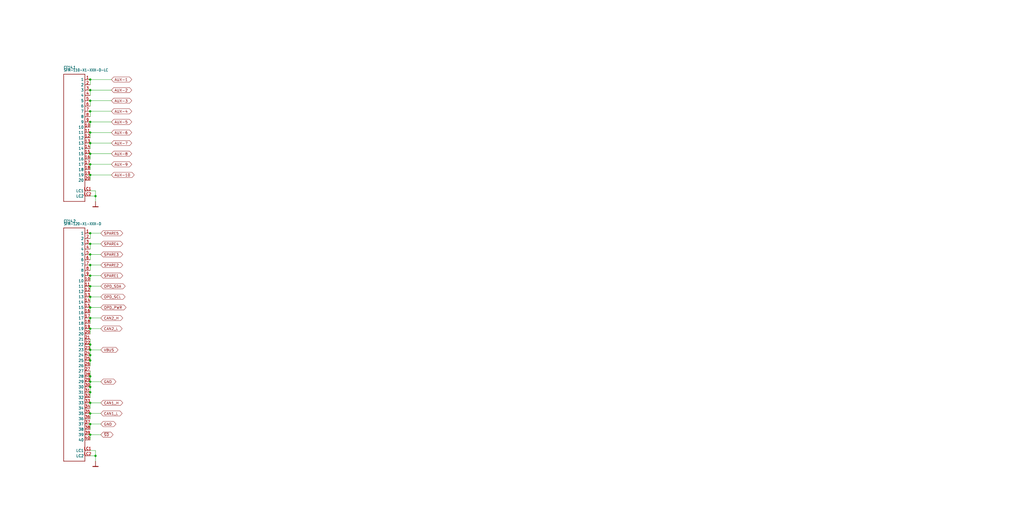
<source format=kicad_sch>
(kicad_sch (version 20211123) (generator eeschema)
  (paper "User" 490.22 254.406)
  (lib_symbols
    (symbol "oresat-backplane-2u-hasp-eagle-import:GND" (power)
      (symbol "GND_1_0"
        (polyline (pts (xy -1.27 -2.54) (xy 1.27 -2.54)) (stroke (width 0.4064)))
        (pin power_in line (at 0 0 270) (length 2.54) (name "GND") (number "1"))
      )
    )
    (symbol "oresat-backplane-2u-hasp-eagle-import:SFM-110-X1-XXX-D-LC"
      (property "Reference" "CF" (at -2.54 33.02 0))
      (property "Value" "SFM-110-X1-XXX-D-LC" (at -2.54 31.75 0))
      (symbol "SFM-110-X1-XXX-D-LC_1_0"
        (polyline (pts (xy -2.54 -30.48) (xy -2.54 30.48)) (stroke (width 0.254)))
        (polyline (pts (xy -2.54 30.48) (xy 7.62 30.48)) (stroke (width 0.254)))
        (polyline (pts (xy 7.62 -30.48) (xy -2.54 -30.48)) (stroke (width 0.254)))
        (polyline (pts (xy 7.62 30.48) (xy 7.62 -30.48)) (stroke (width 0.254)))
        (pin passive line (at 10.16 27.94 180) (length 2.54) (name "1") (number "1"))
        (pin passive line (at 10.16 5.08 180) (length 2.54) (name "10") (number "10"))
        (pin passive line (at 10.16 2.54 180) (length 2.54) (name "11") (number "11"))
        (pin passive line (at 10.16 0 180) (length 2.54) (name "12") (number "12"))
        (pin passive line (at 10.16 -2.54 180) (length 2.54) (name "13") (number "13"))
        (pin passive line (at 10.16 -5.08 180) (length 2.54) (name "14") (number "14"))
        (pin passive line (at 10.16 -7.62 180) (length 2.54) (name "15") (number "15"))
        (pin passive line (at 10.16 -10.16 180) (length 2.54) (name "16") (number "16"))
        (pin passive line (at 10.16 -12.7 180) (length 2.54) (name "17") (number "17"))
        (pin passive line (at 10.16 -15.24 180) (length 2.54) (name "18") (number "18"))
        (pin passive line (at 10.16 -17.78 180) (length 2.54) (name "19") (number "19"))
        (pin passive line (at 10.16 25.4 180) (length 2.54) (name "2") (number "2"))
        (pin passive line (at 10.16 -20.32 180) (length 2.54) (name "20") (number "20"))
        (pin passive line (at 10.16 22.86 180) (length 2.54) (name "3") (number "3"))
        (pin passive line (at 10.16 20.32 180) (length 2.54) (name "4") (number "4"))
        (pin passive line (at 10.16 17.78 180) (length 2.54) (name "5") (number "5"))
        (pin passive line (at 10.16 15.24 180) (length 2.54) (name "6") (number "6"))
        (pin passive line (at 10.16 12.7 180) (length 2.54) (name "7") (number "7"))
        (pin passive line (at 10.16 10.16 180) (length 2.54) (name "8") (number "8"))
        (pin passive line (at 10.16 7.62 180) (length 2.54) (name "9") (number "9"))
        (pin passive line (at 10.16 -25.4 180) (length 2.54) (name "LC1") (number "LC1"))
        (pin passive line (at 10.16 -27.94 180) (length 2.54) (name "LC2") (number "LC2"))
      )
    )
    (symbol "oresat-backplane-2u-hasp-eagle-import:SFM-120-X1-XXX-D"
      (property "Reference" "J" (at -2.54 50.8 0))
      (property "Value" "SFM-120-X1-XXX-D" (at -2.54 49.53 0))
      (symbol "SFM-120-X1-XXX-D_1_0"
        (polyline (pts (xy -2.54 -63.5) (xy -2.54 48.26)) (stroke (width 0.254)))
        (polyline (pts (xy -2.54 48.26) (xy 7.62 48.26)) (stroke (width 0.254)))
        (polyline (pts (xy 7.62 -63.5) (xy -2.54 -63.5)) (stroke (width 0.254)))
        (polyline (pts (xy 7.62 48.26) (xy 7.62 -63.5)) (stroke (width 0.254)))
        (pin passive line (at 10.16 45.72 180) (length 2.54) (name "1") (number "1"))
        (pin passive line (at 10.16 22.86 180) (length 2.54) (name "10") (number "10"))
        (pin passive line (at 10.16 20.32 180) (length 2.54) (name "11") (number "11"))
        (pin passive line (at 10.16 17.78 180) (length 2.54) (name "12") (number "12"))
        (pin passive line (at 10.16 15.24 180) (length 2.54) (name "13") (number "13"))
        (pin passive line (at 10.16 12.7 180) (length 2.54) (name "14") (number "14"))
        (pin passive line (at 10.16 10.16 180) (length 2.54) (name "15") (number "15"))
        (pin passive line (at 10.16 7.62 180) (length 2.54) (name "16") (number "16"))
        (pin passive line (at 10.16 5.08 180) (length 2.54) (name "17") (number "17"))
        (pin passive line (at 10.16 2.54 180) (length 2.54) (name "18") (number "18"))
        (pin passive line (at 10.16 0 180) (length 2.54) (name "19") (number "19"))
        (pin passive line (at 10.16 43.18 180) (length 2.54) (name "2") (number "2"))
        (pin passive line (at 10.16 -2.54 180) (length 2.54) (name "20") (number "20"))
        (pin passive line (at 10.16 -5.08 180) (length 2.54) (name "21") (number "21"))
        (pin passive line (at 10.16 -7.62 180) (length 2.54) (name "22") (number "22"))
        (pin passive line (at 10.16 -10.16 180) (length 2.54) (name "23") (number "23"))
        (pin passive line (at 10.16 -12.7 180) (length 2.54) (name "24") (number "24"))
        (pin passive line (at 10.16 -15.24 180) (length 2.54) (name "25") (number "25"))
        (pin passive line (at 10.16 -17.78 180) (length 2.54) (name "26") (number "26"))
        (pin passive line (at 10.16 -20.32 180) (length 2.54) (name "27") (number "27"))
        (pin passive line (at 10.16 -22.86 180) (length 2.54) (name "28") (number "28"))
        (pin passive line (at 10.16 -25.4 180) (length 2.54) (name "29") (number "29"))
        (pin passive line (at 10.16 40.64 180) (length 2.54) (name "3") (number "3"))
        (pin passive line (at 10.16 -27.94 180) (length 2.54) (name "30") (number "30"))
        (pin passive line (at 10.16 -30.48 180) (length 2.54) (name "31") (number "31"))
        (pin passive line (at 10.16 -33.02 180) (length 2.54) (name "32") (number "32"))
        (pin passive line (at 10.16 -35.56 180) (length 2.54) (name "33") (number "33"))
        (pin passive line (at 10.16 -38.1 180) (length 2.54) (name "34") (number "34"))
        (pin passive line (at 10.16 -40.64 180) (length 2.54) (name "35") (number "35"))
        (pin passive line (at 10.16 -43.18 180) (length 2.54) (name "36") (number "36"))
        (pin passive line (at 10.16 -45.72 180) (length 2.54) (name "37") (number "37"))
        (pin passive line (at 10.16 -48.26 180) (length 2.54) (name "38") (number "38"))
        (pin passive line (at 10.16 -50.8 180) (length 2.54) (name "39") (number "39"))
        (pin passive line (at 10.16 38.1 180) (length 2.54) (name "4") (number "4"))
        (pin passive line (at 10.16 -53.34 180) (length 2.54) (name "40") (number "40"))
        (pin passive line (at 10.16 35.56 180) (length 2.54) (name "5") (number "5"))
        (pin passive line (at 10.16 33.02 180) (length 2.54) (name "6") (number "6"))
        (pin passive line (at 10.16 30.48 180) (length 2.54) (name "7") (number "7"))
        (pin passive line (at 10.16 27.94 180) (length 2.54) (name "8") (number "8"))
        (pin passive line (at 10.16 25.4 180) (length 2.54) (name "9") (number "9"))
        (pin passive line (at 10.16 -58.42 180) (length 2.54) (name "LC1") (number "LC1"))
        (pin passive line (at 10.16 -60.96 180) (length 2.54) (name "LC2") (number "LC2"))
      )
    )
  )
  (junction (at 43.18 121.92))
  (junction (at 43.18 152.4))
  (junction (at 43.18 147.32))
  (junction (at 43.18 203.2))
  (junction (at 43.18 142.24))
  (junction (at 43.18 53.34))
  (junction (at 43.18 157.48))
  (junction (at 43.18 187.96))
  (junction (at 43.18 172.72))
  (junction (at 43.18 68.58))
  (junction (at 43.18 73.66))
  (junction (at 43.18 38.1))
  (junction (at 43.18 182.88))
  (junction (at 43.18 78.74))
  (junction (at 43.18 43.18))
  (junction (at 43.18 63.5))
  (junction (at 45.72 218.44))
  (junction (at 45.72 93.98))
  (junction (at 43.18 127))
  (junction (at 43.18 111.76))
  (junction (at 43.18 48.26))
  (junction (at 43.18 132.08))
  (junction (at 43.18 193.04))
  (junction (at 43.18 58.42))
  (junction (at 43.18 185.42))
  (junction (at 43.18 137.16))
  (junction (at 43.18 208.28))
  (junction (at 43.18 116.84))
  (junction (at 43.18 165.1))
  (junction (at 43.18 198.12))
  (junction (at 43.18 180.34))
  (junction (at 43.18 83.82))
  (junction (at 43.18 170.18))
  (junction (at 43.18 167.64))
  (wire (pts (xy 43.18 121.92) (xy 43.18 124.46)))
  (wire (pts (xy 43.18 165.1) (xy 43.18 167.64)))
  (wire (pts (xy 45.72 218.44) (xy 45.72 220.98)))
  (wire (pts (xy 43.18 137.16) (xy 43.18 139.7)))
  (wire (pts (xy 48.26 132.08) (xy 43.18 132.08)))
  (wire (pts (xy 43.18 83.82) (xy 43.18 86.36)))
  (wire (pts (xy 48.26 193.04) (xy 43.18 193.04)))
  (wire (pts (xy 48.26 127) (xy 43.18 127)))
  (wire (pts (xy 43.18 78.74) (xy 53.34 78.74)))
  (wire (pts (xy 48.26 167.64) (xy 43.18 167.64)))
  (wire (pts (xy 43.18 68.58) (xy 43.18 71.12)))
  (wire (pts (xy 45.72 93.98) (xy 43.18 93.98)))
  (wire (pts (xy 43.18 78.74) (xy 43.18 81.28)))
  (wire (pts (xy 43.18 167.64) (xy 43.18 170.18)))
  (wire (pts (xy 45.72 91.44) (xy 43.18 91.44)))
  (wire (pts (xy 43.18 180.34) (xy 43.18 182.88)))
  (wire (pts (xy 48.26 182.88) (xy 43.18 182.88)))
  (wire (pts (xy 48.26 147.32) (xy 43.18 147.32)))
  (wire (pts (xy 43.18 53.34) (xy 43.18 55.88)))
  (wire (pts (xy 43.18 215.9) (xy 45.72 215.9)))
  (wire (pts (xy 43.18 132.08) (xy 43.18 134.62)))
  (wire (pts (xy 43.18 48.26) (xy 53.34 48.26)))
  (wire (pts (xy 45.72 93.98) (xy 45.72 91.44)))
  (wire (pts (xy 48.26 203.2) (xy 43.18 203.2)))
  (wire (pts (xy 43.18 38.1) (xy 53.34 38.1)))
  (wire (pts (xy 43.18 63.5) (xy 43.18 66.04)))
  (wire (pts (xy 43.18 73.66) (xy 53.34 73.66)))
  (wire (pts (xy 43.18 182.88) (xy 43.18 185.42)))
  (wire (pts (xy 43.18 48.26) (xy 43.18 50.8)))
  (wire (pts (xy 48.26 142.24) (xy 43.18 142.24)))
  (wire (pts (xy 43.18 208.28) (xy 43.18 210.82)))
  (wire (pts (xy 43.18 58.42) (xy 53.34 58.42)))
  (wire (pts (xy 43.18 198.12) (xy 43.18 200.66)))
  (wire (pts (xy 43.18 177.8) (xy 43.18 180.34)))
  (wire (pts (xy 48.26 208.28) (xy 43.18 208.28)))
  (wire (pts (xy 43.18 152.4) (xy 43.18 154.94)))
  (wire (pts (xy 43.18 53.34) (xy 53.34 53.34)))
  (wire (pts (xy 48.26 137.16) (xy 43.18 137.16)))
  (wire (pts (xy 43.18 142.24) (xy 43.18 144.78)))
  (wire (pts (xy 48.26 157.48) (xy 43.18 157.48)))
  (wire (pts (xy 43.18 187.96) (xy 43.18 190.5)))
  (wire (pts (xy 43.18 218.44) (xy 45.72 218.44)))
  (wire (pts (xy 45.72 96.52) (xy 45.72 93.98)))
  (wire (pts (xy 43.18 172.72) (xy 43.18 175.26)))
  (wire (pts (xy 45.72 215.9) (xy 45.72 218.44)))
  (wire (pts (xy 43.18 68.58) (xy 53.34 68.58)))
  (wire (pts (xy 43.18 162.56) (xy 43.18 165.1)))
  (wire (pts (xy 43.18 170.18) (xy 43.18 172.72)))
  (wire (pts (xy 43.18 116.84) (xy 43.18 119.38)))
  (wire (pts (xy 48.26 198.12) (xy 43.18 198.12)))
  (wire (pts (xy 43.18 111.76) (xy 48.26 111.76)))
  (wire (pts (xy 43.18 193.04) (xy 43.18 195.58)))
  (wire (pts (xy 48.26 152.4) (xy 43.18 152.4)))
  (wire (pts (xy 43.18 203.2) (xy 43.18 205.74)))
  (wire (pts (xy 43.18 111.76) (xy 43.18 114.3)))
  (wire (pts (xy 43.18 58.42) (xy 43.18 60.96)))
  (wire (pts (xy 43.18 38.1) (xy 43.18 40.64)))
  (wire (pts (xy 43.18 43.18) (xy 43.18 45.72)))
  (wire (pts (xy 43.18 185.42) (xy 43.18 187.96)))
  (wire (pts (xy 43.18 63.5) (xy 53.34 63.5)))
  (wire (pts (xy 43.18 83.82) (xy 53.34 83.82)))
  (wire (pts (xy 43.18 73.66) (xy 43.18 76.2)))
  (wire (pts (xy 43.18 43.18) (xy 53.34 43.18)))
  (wire (pts (xy 43.18 157.48) (xy 43.18 160.02)))
  (wire (pts (xy 43.18 121.92) (xy 48.26 121.92)))
  (wire (pts (xy 43.18 147.32) (xy 43.18 149.86)))
  (wire (pts (xy 43.18 116.84) (xy 48.26 116.84)))
  (wire (pts (xy 43.18 127) (xy 43.18 129.54)))
  (global_label "AUX-9" (shape bidirectional) (at 53.34 78.74 0) (effects (font (size 1.2446 1.2446))) (property "Intersheet References" "${INTERSHEET_REFS}" (effects hide)))
  (global_label "AUX-10" (shape bidirectional) (at 53.34 83.82 0) (effects (font (size 1.2446 1.2446))) (property "Intersheet References" "${INTERSHEET_REFS}" (effects hide)))
  (global_label "CAN1_H" (shape bidirectional) (at 48.26 193.04 0) (effects (font (size 1.2446 1.2446))) (property "Intersheet References" "${INTERSHEET_REFS}" (effects hide)))
  (global_label "GND" (shape bidirectional) (at 48.26 182.88 0) (effects (font (size 1.2446 1.2446))) (property "Intersheet References" "${INTERSHEET_REFS}" (effects hide)))
  (global_label "AUX-3" (shape bidirectional) (at 53.34 48.26 0) (effects (font (size 1.2446 1.2446))) (property "Intersheet References" "${INTERSHEET_REFS}" (effects hide)))
  (global_label "~{SD}" (shape bidirectional) (at 48.26 208.28 0) (effects (font (size 1.2446 1.2446))) (property "Intersheet References" "${INTERSHEET_REFS}" (effects hide)))
  (global_label "OPD_SCL" (shape bidirectional) (at 48.26 142.24 0) (effects (font (size 1.2446 1.2446))) (property "Intersheet References" "${INTERSHEET_REFS}" (effects hide)))
  (global_label "SPARE3" (shape bidirectional) (at 48.26 121.92 0) (effects (font (size 1.2446 1.2446))) (property "Intersheet References" "${INTERSHEET_REFS}" (effects hide)))
  (global_label "AUX-1" (shape bidirectional) (at 53.34 38.1 0) (effects (font (size 1.2446 1.2446))) (property "Intersheet References" "${INTERSHEET_REFS}" (effects hide)))
  (global_label "AUX-2" (shape bidirectional) (at 53.34 43.18 0) (effects (font (size 1.2446 1.2446))) (property "Intersheet References" "${INTERSHEET_REFS}" (effects hide)))
  (global_label "CAN2_L" (shape bidirectional) (at 48.26 157.48 0) (effects (font (size 1.2446 1.2446))) (property "Intersheet References" "${INTERSHEET_REFS}" (effects hide)))
  (global_label "AUX-6" (shape bidirectional) (at 53.34 63.5 0) (effects (font (size 1.2446 1.2446))) (property "Intersheet References" "${INTERSHEET_REFS}" (effects hide)))
  (global_label "OPD_PWR" (shape bidirectional) (at 48.26 147.32 0) (effects (font (size 1.2446 1.2446))) (property "Intersheet References" "${INTERSHEET_REFS}" (effects hide)))
  (global_label "AUX-8" (shape bidirectional) (at 53.34 73.66 0) (effects (font (size 1.2446 1.2446))) (property "Intersheet References" "${INTERSHEET_REFS}" (effects hide)))
  (global_label "SPARE4" (shape bidirectional) (at 48.26 116.84 0) (effects (font (size 1.2446 1.2446))) (property "Intersheet References" "${INTERSHEET_REFS}" (effects hide)))
  (global_label "AUX-7" (shape bidirectional) (at 53.34 68.58 0) (effects (font (size 1.2446 1.2446))) (property "Intersheet References" "${INTERSHEET_REFS}" (effects hide)))
  (global_label "GND" (shape bidirectional) (at 48.26 203.2 0) (effects (font (size 1.2446 1.2446))) (property "Intersheet References" "${INTERSHEET_REFS}" (effects hide)))
  (global_label "VBUS" (shape bidirectional) (at 48.26 167.64 0) (effects (font (size 1.2446 1.2446))) (property "Intersheet References" "${INTERSHEET_REFS}" (effects hide)))
  (global_label "SPARE2" (shape bidirectional) (at 48.26 127 0) (effects (font (size 1.2446 1.2446))) (property "Intersheet References" "${INTERSHEET_REFS}" (effects hide)))
  (global_label "CAN1_L" (shape bidirectional) (at 48.26 198.12 0) (effects (font (size 1.2446 1.2446))) (property "Intersheet References" "${INTERSHEET_REFS}" (effects hide)))
  (global_label "SPARE1" (shape bidirectional) (at 48.26 132.08 0) (effects (font (size 1.2446 1.2446))) (property "Intersheet References" "${INTERSHEET_REFS}" (effects hide)))
  (global_label "OPD_SDA" (shape bidirectional) (at 48.26 137.16 0) (effects (font (size 1.2446 1.2446))) (property "Intersheet References" "${INTERSHEET_REFS}" (effects hide)))
  (global_label "SPARE5" (shape bidirectional) (at 48.26 111.76 0) (effects (font (size 1.2446 1.2446))) (property "Intersheet References" "${INTERSHEET_REFS}" (effects hide)))
  (global_label "AUX-5" (shape bidirectional) (at 53.34 58.42 0) (effects (font (size 1.2446 1.2446))) (property "Intersheet References" "${INTERSHEET_REFS}" (effects hide)))
  (global_label "AUX-4" (shape bidirectional) (at 53.34 53.34 0) (effects (font (size 1.2446 1.2446))) (property "Intersheet References" "${INTERSHEET_REFS}" (effects hide)))
  (global_label "CAN2_H" (shape bidirectional) (at 48.26 152.4 0) (effects (font (size 1.2446 1.2446))) (property "Intersheet References" "${INTERSHEET_REFS}" (effects hide)))
  (symbol (lib_id "oresat-backplane-2u-hasp-eagle-import:GND") (at 45.72 96.52 0) (unit 1)
    (property "Reference" "#GND41" (effects hide))
    (property "Value" "GND" (effects hide))
    (property "Footprint" "oresat-backplane-2u-hasp:" (effects hide))
  )
  (symbol (lib_id "oresat-backplane-2u-hasp-eagle-import:GND") (at 45.72 220.98 0) (unit 1)
    (property "Reference" "#GND37" (effects hide))
    (property "Value" "GND" (effects hide))
    (property "Footprint" "oresat-backplane-2u-hasp:" (effects hide))
  )
  (symbol (lib_id "oresat-backplane-2u-hasp-eagle-import:SFM-120-X1-XXX-D") (at 33.02 157.48 0) (unit 1)
    (property "Reference" "CF14.2" (at 30.48 106.68 0) (effects (font (size 1.27 1.0795)) (justify left bottom)))
    (property "Value" "SFM-120-X1-XXX-D" (at 30.48 107.95 0) (effects (font (size 1.27 1.0795)) (justify left bottom)))
    (property "Footprint" "oresat-backplane-2u-hasp:SFM-120-X1-XXX-D" (effects hide))
  )
  (symbol (lib_id "oresat-backplane-2u-hasp-eagle-import:SFM-110-X1-XXX-D-LC") (at 33.02 66.04 0) (unit 1)
    (property "Reference" "CF14.1" (at 30.48 33.02 0) (effects (font (size 1.27 1.0795)) (justify left bottom)))
    (property "Value" "SFM-110-X1-XXX-D-LC" (at 30.48 34.29 0) (effects (font (size 1.27 1.0795)) (justify left bottom)))
    (property "Footprint" "oresat-backplane-2u-hasp:SFM-110-X1-XXX-D-LC" (effects hide))
  )
)
</source>
